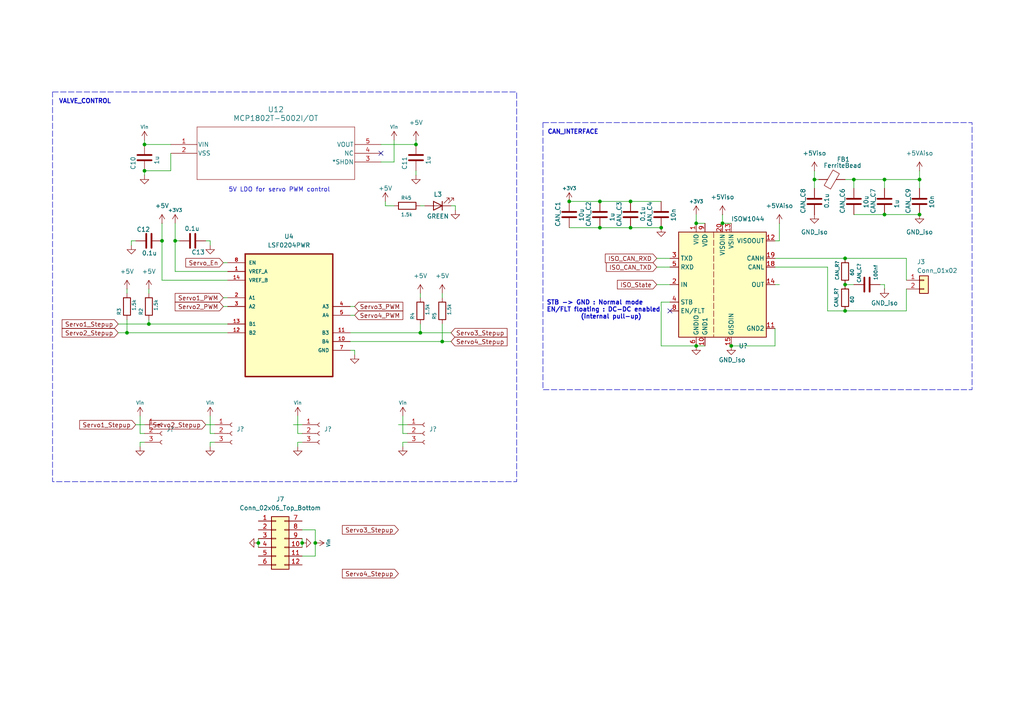
<source format=kicad_sch>
(kicad_sch (version 20250114) (generator "eeschema") (generator_version "9.0")
  (paper "A4")
  (lib_symbols
    (symbol "+5V_1" (power) (pin_numbers (hide yes)) (pin_names (offset 0) (hide yes))
      (property "Value" "+5V" (at 0 3.556 0))
      (symbol "+5V_1_0_1"
        (polyline (pts (xy -0.762 1.27) (xy 0 2.54)))
        (polyline (pts (xy 0 2.54) (xy 0.762 1.27)))
        (polyline (pts (xy 0 0) (xy 0 2.54)))
      )
      (symbol "+5V_1_1_1"
        (pin power_in line (at 0 0 90) (length 0) (name "~") (number "1"))
      )
    )
    (symbol "2026-01-14_15-06-07:MCP1802T-5002I_OT" (pin_names (offset 0.254))
      (property "Reference" "U" (at 30.48 10.16 0))
      (property "Value" "MCP1802T-5002I/OT" (at 30.48 7.62 0))
      (symbol "MCP1802T-5002I_OT_0_1"
        (polyline (pts (xy 7.62 5.08) (xy 7.62 -10.16)) (stroke (width 0.127)))
        (polyline (pts (xy 7.62 -10.16) (xy 53.34 -10.16)) (stroke (width 0.127)))
        (polyline (pts (xy 53.34 5.08) (xy 7.62 5.08)) (stroke (width 0.127)))
        (polyline (pts (xy 53.34 -10.16) (xy 53.34 5.08)) (stroke (width 0.127)))
        (pin unspecified line (at 0 0 0) (length 7.62) (name "VIN") (number "1"))
        (pin unspecified line (at 0 -2.54 0) (length 7.62) (name "VSS") (number "2"))
        (pin unspecified line (at 60.96 0 180) (length 7.62) (name "VOUT") (number "5"))
        (pin unspecified line (at 60.96 -2.54 180) (length 7.62) (name "NC") (number "4"))
        (pin unspecified line (at 60.96 -5.08 180) (length 7.62) (name "*SHDN") (number "3"))
      )
    )
    (symbol "Connector:Conn_01x03_Socket" (pin_names (offset 1.016) (hide yes))
      (property "Reference" "J" (at 0 5.08 0))
      (property "Value" "Conn_01x03_Socket" (at 0 -5.08 0))
      (symbol "Conn_01x03_Socket_1_1"
        (polyline (pts (xy -1.27 2.54) (xy -0.508 2.54)) (stroke (width 0.1524)))
        (polyline (pts (xy -1.27 0) (xy -0.508 0)) (stroke (width 0.1524)))
        (polyline (pts (xy -1.27 -2.54) (xy -0.508 -2.54)) (stroke (width 0.1524)))
        (arc (start 0 2.032) (mid -0.5058 2.54) (end 0 3.048) (stroke (width 0.1524)))
        (arc (start 0 -0.508) (mid -0.5058 0) (end 0 0.508) (stroke (width 0.1524)))
        (arc (start 0 -3.048) (mid -0.5058 -2.54) (end 0 -2.032) (stroke (width 0.1524)))
        (pin passive line (at -5.08 2.54 0) (length 3.81) (name "Pin_1") (number "1"))
        (pin passive line (at -5.08 0 0) (length 3.81) (name "Pin_2") (number "2"))
        (pin passive line (at -5.08 -2.54 0) (length 3.81) (name "Pin_3") (number "3"))
      )
    )
    (symbol "Connector_Generic:Conn_01x02" (pin_names (offset 1.016) (hide yes))
      (property "Reference" "J" (at 0 2.54 0))
      (property "Value" "Conn_01x02" (at 0 -5.08 0))
      (symbol "Conn_01x02_1_1"
        (rectangle (start -1.27 1.27) (end 1.27 -3.81) (stroke (width 0.254)) (fill (type background)))
        (rectangle (start -1.27 0.127) (end 0 -0.127) (stroke (width 0.1524)))
        (rectangle (start -1.27 -2.413) (end 0 -2.667) (stroke (width 0.1524)))
        (pin passive line (at -5.08 0 0) (length 3.81) (name "Pin_1") (number "1"))
        (pin passive line (at -5.08 -2.54 0) (length 3.81) (name "Pin_2") (number "2"))
      )
    )
    (symbol "Connector_Generic:Conn_02x06_Top_Bottom" (pin_names (offset 1.016) (hide yes))
      (property "Reference" "J" (at 1.27 7.62 0))
      (property "Value" "Conn_02x06_Top_Bottom" (at 1.27 -10.16 0))
      (symbol "Conn_02x06_Top_Bottom_1_1"
        (rectangle (start -1.27 6.35) (end 3.81 -8.89) (stroke (width 0.254)) (fill (type background)))
        (rectangle (start -1.27 5.207) (end 0 4.953) (stroke (width 0.1524)))
        (rectangle (start -1.27 2.667) (end 0 2.413) (stroke (width 0.1524)))
        (rectangle (start -1.27 0.127) (end 0 -0.127) (stroke (width 0.1524)))
        (rectangle (start -1.27 -2.413) (end 0 -2.667) (stroke (width 0.1524)))
        (rectangle (start -1.27 -4.953) (end 0 -5.207) (stroke (width 0.1524)))
        (rectangle (start -1.27 -7.493) (end 0 -7.747) (stroke (width 0.1524)))
        (rectangle (start 3.81 5.207) (end 2.54 4.953) (stroke (width 0.1524)))
        (rectangle (start 3.81 2.667) (end 2.54 2.413) (stroke (width 0.1524)))
        (rectangle (start 3.81 0.127) (end 2.54 -0.127) (stroke (width 0.1524)))
        (rectangle (start 3.81 -2.413) (end 2.54 -2.667) (stroke (width 0.1524)))
        (rectangle (start 3.81 -4.953) (end 2.54 -5.207) (stroke (width 0.1524)))
        (rectangle (start 3.81 -7.493) (end 2.54 -7.747) (stroke (width 0.1524)))
        (pin passive line (at -5.08 5.08 0) (length 3.81) (name "Pin_1") (number "1"))
        (pin passive line (at -5.08 2.54 0) (length 3.81) (name "Pin_2") (number "2"))
        (pin passive line (at -5.08 0 0) (length 3.81) (name "Pin_3") (number "3"))
        (pin passive line (at -5.08 -2.54 0) (length 3.81) (name "Pin_4") (number "4"))
        (pin passive line (at -5.08 -5.08 0) (length 3.81) (name "Pin_5") (number "5"))
        (pin passive line (at -5.08 -7.62 0) (length 3.81) (name "Pin_6") (number "6"))
        (pin passive line (at 7.62 5.08 180) (length 3.81) (name "Pin_7") (number "7"))
        (pin passive line (at 7.62 2.54 180) (length 3.81) (name "Pin_8") (number "8"))
        (pin passive line (at 7.62 0 180) (length 3.81) (name "Pin_9") (number "9"))
        (pin passive line (at 7.62 -2.54 180) (length 3.81) (name "Pin_10") (number "10"))
        (pin passive line (at 7.62 -5.08 180) (length 3.81) (name "Pin_11") (number "11"))
        (pin passive line (at 7.62 -7.62 180) (length 3.81) (name "Pin_12") (number "12"))
      )
    )
    (symbol "Device:C" (pin_numbers (hide yes)) (pin_names (offset 0.254))
      (property "Reference" "C" (at 0.635 2.54 0))
      (property "Value" "C" (at 0.635 -2.54 0))
      (symbol "C_0_1"
        (polyline (pts (xy -2.032 0.762) (xy 2.032 0.762)) (stroke (width 0.508)))
        (polyline (pts (xy -2.032 -0.762) (xy 2.032 -0.762)) (stroke (width 0.508)))
      )
      (symbol "C_1_1"
        (pin passive line (at 0 3.81 270) (length 2.794) (name "~") (number "1"))
        (pin passive line (at 0 -3.81 90) (length 2.794) (name "~") (number "2"))
      )
    )
    (symbol "Device:FerriteBead" (pin_numbers (hide yes)) (pin_names (offset 0))
      (property "Reference" "FB" (at -3.81 0.635 90))
      (property "Value" "FerriteBead" (at 3.81 0 90))
      (symbol "FerriteBead_0_1"
        (polyline (pts (xy -2.7686 0.4064) (xy -1.7018 2.2606) (xy 2.7686 -0.3048) (xy 1.6764 -2.159) (xy -2.7686 0.4064)))
        (polyline (pts (xy 0 1.27) (xy 0 1.2954)))
        (polyline (pts (xy 0 -1.27) (xy 0 -1.2192)))
      )
      (symbol "FerriteBead_1_1"
        (pin passive line (at 0 3.81 270) (length 2.54) (name "~") (number "1"))
        (pin passive line (at 0 -3.81 90) (length 2.54) (name "~") (number "2"))
      )
    )
    (symbol "Device:LED" (pin_numbers (hide yes)) (pin_names (offset 1.016) (hide yes))
      (property "Reference" "D" (at 0 2.54 0))
      (property "Value" "LED" (at 0 -2.54 0))
      (symbol "LED_0_1"
        (polyline (pts (xy -3.048 -0.762) (xy -4.572 -2.286) (xy -3.81 -2.286) (xy -4.572 -2.286) (xy -4.572 -1.524)))
        (polyline (pts (xy -1.778 -0.762) (xy -3.302 -2.286) (xy -2.54 -2.286) (xy -3.302 -2.286) (xy -3.302 -1.524)))
        (polyline (pts (xy -1.27 0) (xy 1.27 0)))
        (polyline (pts (xy -1.27 -1.27) (xy -1.27 1.27)) (stroke (width 0.254)))
        (polyline (pts (xy 1.27 -1.27) (xy 1.27 1.27) (xy -1.27 0) (xy 1.27 -1.27)) (stroke (width 0.254)))
      )
      (symbol "LED_1_1"
        (pin passive line (at -3.81 0 0) (length 2.54) (name "K") (number "1"))
        (pin passive line (at 3.81 0 180) (length 2.54) (name "A") (number "2"))
      )
    )
    (symbol "Device:R" (pin_numbers (hide yes)) (pin_names (offset 0))
      (property "Reference" "R" (at 2.032 0 90))
      (property "Value" "R" (at 0 0 90))
      (symbol "R_0_1"
        (rectangle (start -1.016 -2.54) (end 1.016 2.54) (stroke (width 0.254)))
      )
      (symbol "R_1_1"
        (pin passive line (at 0 3.81 270) (length 1.27) (name "~") (number "1"))
        (pin passive line (at 0 -3.81 90) (length 1.27) (name "~") (number "2"))
      )
    )
    (symbol "Interface_CAN_LIN:ISOW1044"
      (property "Reference" "U" (at -12.7 16.51 0))
      (property "Value" "ISOW1044" (at 13.97 16.51 0))
      (symbol "ISOW1044_0_1"
        (rectangle (start -12.7 15.24) (end 12.7 -15.24) (stroke (width 0.254)) (fill (type background)))
      )
      (symbol "ISOW1044_1_1"
        (polyline (pts (xy -2.54 15.24) (xy -2.54 -15.24)) (stroke (width 0) (type dash)))
        (pin input line (at -15.24 7.62 0) (length 2.54) (name "TXD") (number "3"))
        (pin output line (at -15.24 5.08 0) (length 2.54) (name "RXD") (number "5"))
        (pin input line (at -15.24 0 0) (length 2.54) (name "IN") (number "2"))
        (pin input line (at -15.24 -5.08 0) (length 2.54) (name "STB") (number "4"))
        (pin input line (at -15.24 -7.62 0) (length 2.54) (name "EN/FLT") (number "8"))
        (pin no_connect line (at -12.7 -10.16 0) (length 2.54) (hide yes) (name "NC") (number "7"))
        (pin power_in line (at -7.62 17.78 270) (length 2.54) (name "VIO") (number "1"))
        (pin power_in line (at -7.62 -17.78 90) (length 2.54) (name "GNDIO") (number "6"))
        (pin power_in line (at -5.08 17.78 270) (length 2.54) (name "VDD") (number "9"))
        (pin power_in line (at -5.08 -17.78 90) (length 2.54) (name "GND1") (number "10"))
        (pin power_in line (at 0 17.78 270) (length 2.54) (name "VISOIN") (number "20"))
        (pin power_in line (at 2.54 17.78 270) (length 2.54) (name "VSIN") (number "13"))
        (pin power_in line (at 2.54 -17.78 90) (length 2.54) (name "GISOIN") (number "15"))
        (pin passive line (at 2.54 -17.78 90) (length 2.54) (hide yes) (name "GISOIN") (number "16"))
        (pin passive line (at 2.54 -17.78 90) (length 2.54) (hide yes) (name "GISOIN") (number "17"))
        (pin power_out line (at 15.24 12.7 180) (length 2.54) (name "VISOOUT") (number "12"))
        (pin bidirectional line (at 15.24 7.62 180) (length 2.54) (name "CANH") (number "19"))
        (pin bidirectional line (at 15.24 5.08 180) (length 2.54) (name "CANL") (number "18"))
        (pin output line (at 15.24 0 180) (length 2.54) (name "OUT") (number "14"))
        (pin power_out line (at 15.24 -12.7 180) (length 2.54) (name "GND2") (number "11"))
      )
    )
    (symbol "LSF0204PWR:LSF0204PWR" (pin_names (offset 1.016))
      (property "Reference" "U" (at -12.7 18.78 0))
      (property "Value" "LSF0204PWR" (at -12.7 -21.78 0))
      (symbol "LSF0204PWR_0_0"
        (rectangle (start -12.7 -17.78) (end 12.7 17.78) (stroke (width 0.41)) (fill (type background)))
        (pin input line (at -17.78 15.24 0) (length 5.08) (name "EN") (number "8"))
        (pin input line (at -17.78 12.7 0) (length 5.08) (name "VREF_A") (number "1"))
        (pin input line (at -17.78 10.16 0) (length 5.08) (name "VREF_B") (number "14"))
        (pin bidirectional line (at -17.78 5.08 0) (length 5.08) (name "A1") (number "2"))
        (pin bidirectional line (at -17.78 2.54 0) (length 5.08) (name "A2") (number "3"))
        (pin bidirectional line (at -17.78 -2.54 0) (length 5.08) (name "B1") (number "13"))
        (pin bidirectional line (at -17.78 -5.08 0) (length 5.08) (name "B2") (number "12"))
        (pin bidirectional line (at 17.78 2.54 180) (length 5.08) (name "A3") (number "4"))
        (pin bidirectional line (at 17.78 0 180) (length 5.08) (name "A4") (number "5"))
        (pin bidirectional line (at 17.78 -5.08 180) (length 5.08) (name "B3") (number "11"))
        (pin bidirectional line (at 17.78 -7.62 180) (length 5.08) (name "B4") (number "10"))
        (pin power_in line (at 17.78 -10.16 180) (length 5.08) (name "GND") (number "7"))
      )
    )
    (symbol "power:+12V" (power) (pin_names (offset 0))
      (property "Value" "+12V" (at 0 3.556 0))
      (symbol "+12V_0_1"
        (polyline (pts (xy -0.762 1.27) (xy 0 2.54)))
        (polyline (pts (xy 0 2.54) (xy 0.762 1.27)))
        (polyline (pts (xy 0 0) (xy 0 2.54)))
      )
      (symbol "+12V_1_1"
        (pin power_in line (at 0 0 90) (length 0) (hide yes) (name "+12V") (number "1"))
      )
    )
    (symbol "power:+3V3" (power) (pin_names (offset 0))
      (property "Value" "+3V3" (at 0 3.556 0))
      (symbol "+3V3_0_1"
        (polyline (pts (xy -0.762 1.27) (xy 0 2.54)))
        (polyline (pts (xy 0 2.54) (xy 0.762 1.27)))
        (polyline (pts (xy 0 0) (xy 0 2.54)))
      )
      (symbol "+3V3_1_1"
        (pin power_in line (at 0 0 90) (length 0) (hide yes) (name "+3V3") (number "1"))
      )
    )
    (symbol "power:+5V" (power) (pin_numbers (hide yes)) (pin_names (offset 0) (hide yes))
      (property "Value" "+5V" (at 0 3.556 0))
      (symbol "+5V_0_1"
        (polyline (pts (xy -0.762 1.27) (xy 0 2.54)))
        (polyline (pts (xy 0 2.54) (xy 0.762 1.27)))
        (polyline (pts (xy 0 0) (xy 0 2.54)))
      )
      (symbol "+5V_1_1"
        (pin power_in line (at 0 0 90) (length 0) (name "~") (number "1"))
      )
    )
    (symbol "power:GND" (power) (pin_names (offset 0))
      (property "Value" "GND" (at 0 -3.81 0))
      (symbol "GND_0_1"
        (polyline (pts (xy 0 0) (xy 0 -1.27) (xy 1.27 -1.27) (xy 0 -2.54) (xy -1.27 -1.27) (xy 0 -1.27)))
      )
      (symbol "GND_1_1"
        (pin power_in line (at 0 0 270) (length 0) (hide yes) (name "GND") (number "1"))
      )
    )
    (symbol "power:GND1" (power) (pin_numbers (hide yes)) (pin_names (offset 0) (hide yes))
      (property "Value" "GND1" (at 0 -3.81 0))
      (symbol "GND1_0_1"
        (polyline (pts (xy 0 0) (xy 0 -1.27) (xy 1.27 -1.27) (xy 0 -2.54) (xy -1.27 -1.27) (xy 0 -1.27)))
      )
      (symbol "GND1_1_1"
        (pin power_in line (at 0 0 270) (length 0) (name "~") (number "1"))
      )
    )
  )
  (rectangle (start 15.24 26.67) (end 149.86 139.7) (stroke (width 0) (type dash)))
  (rectangle (start 157.48 35.56) (end 281.94 113.03) (stroke (width 0) (type dash)))
  (text "VALVE_CONTROL\n" (at 17.018 30.226 0) (effects (font (size 1.27 1.27) (thickness 0.254) (bold yes)) (justify left bottom)))
  (text "CAN_INTERFACE" (at 158.75 39.116 0) (effects (font (size 1.27 1.27) (thickness 0.254) (bold yes)) (justify left bottom)))
  (text "STB -> GND : Normal mode\nEN/FLT floating : DC-DC enabled \n		(internal pull-up)" (at 158.496 92.71 0) (effects (font (size 1.27 1.27) (thickness 0.254) (bold yes)) (justify left bottom)))
  (text "5V LDO for servo PWM control" (at 81.026 55.118 0) (effects (font (size 1.27 1.27))))
  (junction (at 36.83 96.52))
  (junction (at 201.93 64.77))
  (junction (at 43.18 93.98))
  (junction (at 173.99 58.42))
  (junction (at 245.11 82.55))
  (junction (at 121.92 96.52))
  (junction (at 87.63 157.48))
  (junction (at 50.8 69.85))
  (junction (at 245.11 74.93))
  (junction (at 266.7 52.07))
  (junction (at 245.11 90.17))
  (junction (at 91.44 157.48))
  (junction (at 212.09 100.33))
  (junction (at 209.55 64.77))
  (junction (at 182.88 58.42))
  (junction (at 165.1 58.42))
  (junction (at 128.27 99.06))
  (junction (at 46.99 69.85))
  (junction (at 201.93 100.33))
  (junction (at 182.88 66.04))
  (junction (at 266.7 62.23))
  (junction (at 256.54 62.23))
  (junction (at 236.22 52.07))
  (junction (at 256.54 52.07))
  (junction (at 191.77 66.04))
  (junction (at 41.91 49.53))
  (junction (at 247.65 52.07))
  (junction (at 120.65 41.91))
  (junction (at 173.99 66.04))
  (junction (at 74.93 157.48))
  (junction (at 41.91 41.91))
  (no_connect (at 194.31 90.17))
  (no_connect (at 110.49 44.45))
  (wire (pts (xy 173.99 58.42) (xy 182.88 58.42)))
  (wire (pts (xy 87.63 157.48) (xy 87.63 158.75)))
  (wire (pts (xy 116.84 120.65) (xy 116.84 125.73)))
  (wire (pts (xy 128.27 93.98) (xy 128.27 99.06)))
  (wire (pts (xy 62.23 128.27) (xy 60.96 128.27)))
  (wire (pts (xy 209.55 64.77) (xy 212.09 64.77)))
  (wire (pts (xy 110.49 46.99) (xy 114.3 46.99)))
  (wire (pts (xy 115.57 123.19) (xy 118.11 123.19)))
  (wire (pts (xy 36.83 83.82) (xy 36.83 85.09)))
  (wire (pts (xy 245.11 82.55) (xy 247.65 82.55)))
  (wire (pts (xy 40.64 120.65) (xy 40.64 125.73)))
  (wire (pts (xy 201.93 62.23) (xy 201.93 64.77)))
  (wire (pts (xy 64.77 76.2) (xy 66.04 76.2)))
  (wire (pts (xy 43.18 93.98) (xy 66.04 93.98)))
  (wire (pts (xy 38.1 69.85) (xy 38.1 71.12)))
  (wire (pts (xy 64.77 88.9) (xy 66.04 88.9)))
  (wire (pts (xy 74.93 156.21) (xy 74.93 157.48)))
  (wire (pts (xy 224.79 77.47) (xy 240.03 77.47)))
  (wire (pts (xy 247.65 52.07) (xy 256.54 52.07)))
  (wire (pts (xy 266.7 49.53) (xy 266.7 52.07)))
  (wire (pts (xy 190.5 77.47) (xy 194.31 77.47)))
  (wire (pts (xy 114.3 46.99) (xy 114.3 40.64)))
  (wire (pts (xy 118.11 128.27) (xy 116.84 128.27)))
  (wire (pts (xy 41.91 50.8) (xy 41.91 49.53)))
  (wire (pts (xy 49.53 49.53) (xy 49.53 44.45)))
  (wire (pts (xy 121.92 85.09) (xy 121.92 86.36)))
  (wire (pts (xy 86.36 128.27) (xy 86.36 129.54)))
  (wire (pts (xy 236.22 52.07) (xy 237.49 52.07)))
  (wire (pts (xy 36.83 96.52) (xy 66.04 96.52)))
  (wire (pts (xy 59.69 69.85) (xy 60.96 69.85)))
  (wire (pts (xy 240.03 77.47) (xy 240.03 90.17)))
  (wire (pts (xy 247.65 62.23) (xy 256.54 62.23)))
  (wire (pts (xy 256.54 83.82) (xy 256.54 82.55)))
  (wire (pts (xy 245.11 74.93) (xy 262.89 74.93)))
  (wire (pts (xy 209.55 62.23) (xy 209.55 64.77)))
  (wire (pts (xy 66.04 81.28) (xy 46.99 81.28)))
  (wire (pts (xy 256.54 52.07) (xy 266.7 52.07)))
  (wire (pts (xy 121.92 93.98) (xy 121.92 96.52)))
  (wire (pts (xy 128.27 85.09) (xy 128.27 86.36)))
  (wire (pts (xy 91.44 153.67) (xy 91.44 157.48)))
  (wire (pts (xy 121.92 96.52) (xy 101.6 96.52)))
  (wire (pts (xy 128.27 99.06) (xy 130.81 99.06)))
  (wire (pts (xy 121.92 59.69) (xy 123.19 59.69)))
  (wire (pts (xy 60.96 69.85) (xy 60.96 71.12)))
  (wire (pts (xy 50.8 78.74) (xy 66.04 78.74)))
  (wire (pts (xy 64.77 86.36) (xy 66.04 86.36)))
  (wire (pts (xy 116.84 128.27) (xy 116.84 129.54)))
  (wire (pts (xy 256.54 82.55) (xy 255.27 82.55)))
  (wire (pts (xy 52.07 69.85) (xy 50.8 69.85)))
  (wire (pts (xy 87.63 153.67) (xy 91.44 153.67)))
  (wire (pts (xy 43.18 83.82) (xy 43.18 85.09)))
  (wire (pts (xy 62.23 125.73) (xy 60.96 125.73)))
  (wire (pts (xy 41.91 128.27) (xy 40.64 128.27)))
  (wire (pts (xy 236.22 49.53) (xy 236.22 52.07)))
  (wire (pts (xy 74.93 157.48) (xy 74.93 158.75)))
  (wire (pts (xy 46.99 81.28) (xy 46.99 69.85)))
  (wire (pts (xy 101.6 99.06) (xy 128.27 99.06)))
  (wire (pts (xy 34.29 96.52) (xy 36.83 96.52)))
  (wire (pts (xy 191.77 100.33) (xy 201.93 100.33)))
  (wire (pts (xy 111.76 58.42) (xy 111.76 59.69)))
  (wire (pts (xy 60.96 128.27) (xy 60.96 129.54)))
  (wire (pts (xy 120.65 50.8) (xy 120.65 49.53)))
  (wire (pts (xy 226.06 82.55) (xy 224.79 82.55)))
  (wire (pts (xy 59.69 123.19) (xy 62.23 123.19)))
  (wire (pts (xy 41.91 125.73) (xy 40.64 125.73)))
  (wire (pts (xy 226.06 64.77) (xy 226.06 69.85)))
  (wire (pts (xy 190.5 82.55) (xy 194.31 82.55)))
  (wire (pts (xy 102.87 91.44) (xy 101.6 91.44)))
  (wire (pts (xy 91.44 161.29) (xy 87.63 161.29)))
  (wire (pts (xy 266.7 52.07) (xy 266.7 54.61)))
  (wire (pts (xy 41.91 41.91) (xy 49.53 41.91)))
  (wire (pts (xy 91.44 157.48) (xy 91.44 161.29)))
  (wire (pts (xy 40.64 128.27) (xy 40.64 129.54)))
  (wire (pts (xy 34.29 93.98) (xy 43.18 93.98)))
  (wire (pts (xy 43.18 92.71) (xy 43.18 93.98)))
  (wire (pts (xy 39.37 69.85) (xy 38.1 69.85)))
  (wire (pts (xy 85.09 123.19) (xy 87.63 123.19)))
  (wire (pts (xy 39.37 123.19) (xy 41.91 123.19)))
  (wire (pts (xy 41.91 49.53) (xy 49.53 49.53)))
  (wire (pts (xy 102.87 88.9) (xy 101.6 88.9)))
  (wire (pts (xy 224.79 74.93) (xy 245.11 74.93)))
  (wire (pts (xy 201.93 100.33) (xy 204.47 100.33)))
  (wire (pts (xy 50.8 69.85) (xy 50.8 78.74)))
  (wire (pts (xy 182.88 66.04) (xy 191.77 66.04)))
  (wire (pts (xy 262.89 90.17) (xy 262.89 83.82)))
  (wire (pts (xy 111.76 59.69) (xy 114.3 59.69)))
  (wire (pts (xy 121.92 96.52) (xy 130.81 96.52)))
  (wire (pts (xy 191.77 87.63) (xy 191.77 100.33)))
  (wire (pts (xy 224.79 100.33) (xy 212.09 100.33)))
  (wire (pts (xy 110.49 41.91) (xy 120.65 41.91)))
  (wire (pts (xy 247.65 52.07) (xy 247.65 54.61)))
  (wire (pts (xy 194.31 87.63) (xy 191.77 87.63)))
  (wire (pts (xy 87.63 156.21) (xy 87.63 157.48)))
  (wire (pts (xy 102.87 101.6) (xy 101.6 101.6)))
  (wire (pts (xy 190.5 74.93) (xy 194.31 74.93)))
  (wire (pts (xy 240.03 90.17) (xy 245.11 90.17)))
  (wire (pts (xy 165.1 58.42) (xy 173.99 58.42)))
  (wire (pts (xy 201.93 64.77) (xy 204.47 64.77)))
  (wire (pts (xy 256.54 62.23) (xy 266.7 62.23)))
  (wire (pts (xy 224.79 95.25) (xy 224.79 100.33)))
  (wire (pts (xy 120.65 40.64) (xy 120.65 41.91)))
  (wire (pts (xy 87.63 128.27) (xy 86.36 128.27)))
  (wire (pts (xy 118.11 125.73) (xy 116.84 125.73)))
  (wire (pts (xy 50.8 64.77) (xy 50.8 69.85)))
  (wire (pts (xy 182.88 58.42) (xy 191.77 58.42)))
  (wire (pts (xy 236.22 52.07) (xy 236.22 54.61)))
  (wire (pts (xy 262.89 81.28) (xy 262.89 74.93)))
  (wire (pts (xy 86.36 120.65) (xy 86.36 125.73)))
  (wire (pts (xy 256.54 52.07) (xy 256.54 54.61)))
  (wire (pts (xy 87.63 125.73) (xy 86.36 125.73)))
  (wire (pts (xy 132.08 60.96) (xy 132.08 59.69)))
  (wire (pts (xy 226.06 69.85) (xy 224.79 69.85)))
  (wire (pts (xy 60.96 120.65) (xy 60.96 125.73)))
  (wire (pts (xy 36.83 92.71) (xy 36.83 96.52)))
  (wire (pts (xy 46.99 64.77) (xy 46.99 69.85)))
  (wire (pts (xy 132.08 59.69) (xy 130.81 59.69)))
  (wire (pts (xy 102.87 102.87) (xy 102.87 101.6)))
  (wire (pts (xy 173.99 66.04) (xy 182.88 66.04)))
  (wire (pts (xy 245.11 52.07) (xy 247.65 52.07)))
  (wire (pts (xy 165.1 66.04) (xy 173.99 66.04)))
  (wire (pts (xy 41.91 40.64) (xy 41.91 41.91)))
  (wire (pts (xy 245.11 90.17) (xy 262.89 90.17)))
  (global_label "Servo3_Stepup" (shape input) (at 130.81 96.52 0) (property "Intersheetrefs" "${INTERSHEET_REFS}" (effects (hide yes))))
  (global_label "ISO_CAN_RXD" (shape input) (at 190.5 74.93 180) (property "Intersheetrefs" "${INTERSHEET_REFS}" (effects (hide yes))))
  (global_label "Servo1_Stepup" (shape input) (at 39.37 123.19 180) (property "Intersheetrefs" "${INTERSHEET_REFS}" (effects (hide yes))))
  (global_label "Servo4_PWM" (shape input) (at 102.87 91.44 0) (property "Intersheetrefs" "${INTERSHEET_REFS}" (effects (hide yes))))
  (global_label "Servo1_PWM" (shape input) (at 64.77 86.36 180) (property "Intersheetrefs" "${INTERSHEET_REFS}" (effects (hide yes))))
  (global_label "Servo3_PWM" (shape input) (at 102.87 88.9 0) (property "Intersheetrefs" "${INTERSHEET_REFS}" (effects (hide yes))))
  (global_label "Servo2_PWM" (shape input) (at 64.77 88.9 180) (property "Intersheetrefs" "${INTERSHEET_REFS}" (effects (hide yes))))
  (global_label "ISO_State" (shape input) (at 190.5 82.55 180) (property "Intersheetrefs" "${INTERSHEET_REFS}" (effects (hide yes))))
  (global_label "Servo1_Stepup" (shape input) (at 34.29 93.98 180) (property "Intersheetrefs" "${INTERSHEET_REFS}" (effects (hide yes))))
  (global_label "Servo2_Stepup" (shape input) (at 34.29 96.52 180) (property "Intersheetrefs" "${INTERSHEET_REFS}" (effects (hide yes))))
  (global_label "Servo4_Stepup" (shape input) (at 130.81 99.06 0) (property "Intersheetrefs" "${INTERSHEET_REFS}" (effects (hide yes))))
  (global_label "Servo_En" (shape input) (at 64.77 76.2 180) (property "Intersheetrefs" "${INTERSHEET_REFS}" (effects (hide yes))))
  (global_label "Servo4_Stepup" (shape input) (at 115.57 166.37 180) (property "Intersheetrefs" "${INTERSHEET_REFS}" (effects (hide yes))))
  (global_label "Servo3_Stepup" (shape input) (at 115.57 153.67 180) (property "Intersheetrefs" "${INTERSHEET_REFS}" (effects (hide yes))))
  (global_label "Servo2_Stepup" (shape input) (at 59.69 123.19 180) (property "Intersheetrefs" "${INTERSHEET_REFS}" (effects (hide yes))))
  (global_label "ISO_CAN_TXD" (shape input) (at 190.5 77.47 180) (property "Intersheetrefs" "${INTERSHEET_REFS}" (effects (hide yes))))
  (symbol (lib_id "power:+12V") (at 40.64 120.65 0) (unit 1)
    (property "Reference" "#PWR021" (effects (hide yes)))
    (property "Value" "Vin" (at 40.64 116.84 0) (effects (font (size 1 1))))
  )
  (symbol (lib_id "power:+12V") (at 86.36 120.65 0) (unit 1)
    (property "Reference" "#PWR095" (effects (hide yes)))
    (property "Value" "Vin" (at 86.36 116.84 0) (effects (font (size 1 1))))
  )
  (symbol (lib_id "Device:R") (at 245.11 86.36 180) (unit 1)
    (property "Reference" "CAN_R?" (at 242.57 89.154 90) (effects (font (size 1 1)) (justify right)))
    (property "Value" "60" (at 247.142 87.884 90) (effects (font (size 1 1)) (justify right)))
    (property "Footprint" "Resistor_SMD:R_0805_2012Metric" (effects (hide yes)))
  )
  (symbol (lib_id "Device:LED") (at 127 59.69 180) (unit 1)
    (property "Reference" "L3" (at 127 56.388 0))
    (property "Value" "GREEN" (at 127 62.738 0))
    (property "Footprint" "LED_SMD:LED_0603_1608Metric" (effects (hide yes)))
    (property "Description" "Light emitting diode" (effects (hide yes)))
  )
  (symbol (lib_id "power:GND") (at 116.84 129.54 0) (unit 1)
    (property "Reference" "#PWR099" (effects (hide yes)))
    (property "Value" "GND" (effects (hide yes)))
  )
  (symbol (lib_id "Device:C") (at 266.7 58.42 0) (unit 1)
    (property "Reference" "CAN_C9" (at 263.398 61.976 90) (effects (justify left)))
    (property "Value" "10n" (at 270.256 60.452 90) (effects (justify left)))
    (property "Description" "Unpolarized capacitor" (effects (hide yes)))
  )
  (symbol (lib_name "+5V_1") (lib_id "power:+5V") (at 266.7 49.53 0) (unit 1)
    (property "Reference" "#PWR019" (effects (hide yes)))
    (property "Value" "+5VAiso" (at 266.7 44.45 0))
    (property "Description" "Power symbol creates a global label with name \"+5V\"" (effects (hide yes)))
  )
  (symbol (lib_id "power:+12V") (at 114.3 40.64 0) (unit 1)
    (property "Reference" "#PWR048" (effects (hide yes)))
    (property "Value" "Vin" (at 114.3 36.83 0) (effects (font (size 1 1))))
  )
  (symbol (lib_id "power:+5V") (at 111.76 58.42 0) (unit 1)
    (property "Reference" "#PWR088" (effects (hide yes)))
    (property "Value" "+5V" (at 111.76 54.61 0))
    (property "Description" "Power symbol creates a global label with name \"+5V\"" (effects (hide yes)))
  )
  (symbol (lib_name "+5V_1") (lib_id "power:+5V") (at 226.06 64.77 0) (unit 1)
    (property "Reference" "#PWR020" (effects (hide yes)))
    (property "Value" "+5VAiso" (at 226.06 59.69 0))
    (property "Description" "Power symbol creates a global label with name \"+5V\"" (effects (hide yes)))
  )
  (symbol (lib_id "LSF0204PWR:LSF0204PWR") (at 83.82 91.44 0) (unit 1)
    (property "Reference" "U4" (at 83.82 68.58 0))
    (property "Value" "LSF0204PWR" (at 83.82 71.12 0))
    (property "Footprint" "LSF0204PWR:SOP65P640X120-14N" (effects (hide yes)))
    (property "Datasheet" "https://www.digikey.ca/en/products/detail/texas-instruments/LSF0204PWR/5056060" (effects (hide yes)))
    (property "DigiKey_Part_Number" "296-LSF0204PWRCT-ND" (effects (hide yes)))
    (property "Manufacturer_Part_Number" "LSF0204PWR" (effects (hide yes)))
  )
  (symbol (lib_id "power:GND") (at 38.1 71.12 0) (unit 1)
    (property "Reference" "#PWR091" (effects (hide yes)))
    (property "Value" "GND" (effects (hide yes)))
  )
  (symbol (lib_id "power:+3V3") (at 201.93 62.23 0) (unit 1)
    (property "Reference" "#PWR?" (effects (hide yes)))
    (property "Value" "+3V3" (at 201.93 58.42 0) (effects (font (size 1 1))))
  )
  (symbol (lib_id "Device:C") (at 191.77 62.23 0) (unit 1)
    (property "Reference" "CAN_C4" (at 188.468 65.786 90) (effects (justify left)))
    (property "Value" "10n" (at 195.326 64.262 90) (effects (justify left)))
    (property "Description" "Unpolarized capacitor" (effects (hide yes)))
  )
  (symbol (lib_id "Device:R") (at 128.27 90.17 180) (unit 1)
    (property "Reference" "R5" (at 125.984 92.71 90) (effects (font (size 1 1)) (justify right)))
    (property "Value" "1.5k" (at 130.302 91.44 90) (effects (font (size 1 1)) (justify right)))
    (property "Footprint" "Resistor_SMD:R_0805_2012Metric" (effects (hide yes)))
  )
  (symbol (lib_id "power:+12V") (at 41.91 40.64 0) (unit 1)
    (property "Reference" "#PWR045" (effects (hide yes)))
    (property "Value" "Vin" (at 41.91 36.83 0) (effects (font (size 1 1))))
  )
  (symbol (lib_id "power:GND") (at 201.93 100.33 0) (unit 1)
    (property "Reference" "#PWR?" (effects (hide yes)))
    (property "Value" "GND" (effects (hide yes)))
  )
  (symbol (lib_id "power:GND1") (at 256.54 83.82 0) (unit 1)
    (property "Reference" "#PWR?" (effects (hide yes)))
    (property "Value" "GND_iso" (at 256.54 87.884 0))
    (property "Description" "Power symbol creates a global label with name \"GND1\" , ground" (effects (hide yes)))
  )
  (symbol (lib_id "Device:FerriteBead") (at 241.3 52.07 90) (unit 1)
    (property "Reference" "FB1" (at 244.602 46.228 90))
    (property "Value" "FerriteBead" (at 244.348 48.006 90))
    (property "Description" "Ferrite bead" (effects (hide yes)))
  )
  (symbol (lib_id "power:+3V3") (at 165.1 58.42 0) (unit 1)
    (property "Reference" "#PWR016" (effects (hide yes)))
    (property "Value" "+3V3" (at 165.1 54.61 0) (effects (font (size 1 1))))
  )
  (symbol (lib_id "power:+12V") (at 91.44 157.48 270) (unit 1)
    (property "Reference" "#PWR025" (effects (hide yes)))
    (property "Value" "Vin" (at 95.25 157.48 0) (effects (font (size 1 1))))
  )
  (symbol (lib_id "Connector:Conn_01x03_Socket") (at 67.31 125.73 0) (unit 1)
    (property "Reference" "J?" (at 68.58 124.4599 0) (effects (justify left)))
    (property "Value" "Conn_01x03_Socket" (effects (hide yes)))
    (property "Description" "Generic connector, single row, 01x03, script generated" (effects (hide yes)))
  )
  (symbol (lib_id "Device:R") (at 245.11 78.74 180) (unit 1)
    (property "Reference" "CAN_R?" (at 242.824 81.28 90) (effects (font (size 1 1)) (justify right)))
    (property "Value" "60" (at 247.142 80.01 90) (effects (font (size 1 1)) (justify right)))
    (property "Footprint" "Resistor_SMD:R_0805_2012Metric" (effects (hide yes)))
  )
  (symbol (lib_id "power:GND") (at 41.91 50.8 0) (unit 1)
    (property "Reference" "#PWR047" (effects (hide yes)))
    (property "Value" "GND" (effects (hide yes)))
  )
  (symbol (lib_id "power:+5V") (at 128.27 85.09 0) (unit 1)
    (property "Reference" "#PWR085" (effects (hide yes)))
    (property "Value" "+5V" (at 128.27 80.01 0))
    (property "Description" "Power symbol creates a global label with name \"+5V\"" (effects (hide yes)))
  )
  (symbol (lib_id "power:GND") (at 60.96 71.12 0) (unit 1)
    (property "Reference" "#PWR089" (effects (hide yes)))
    (property "Value" "GND" (effects (hide yes)))
  )
  (symbol (lib_id "Device:R") (at 43.18 88.9 180) (unit 1)
    (property "Reference" "R2" (at 40.894 91.44 90) (effects (font (size 1 1)) (justify right)))
    (property "Value" "1.5k" (at 45.212 90.17 90) (effects (font (size 1 1)) (justify right)))
    (property "Footprint" "Resistor_SMD:R_0805_2012Metric" (effects (hide yes)))
  )
  (symbol (lib_id "Device:C") (at 41.91 45.72 0) (unit 1)
    (property "Reference" "C10" (at 38.608 49.276 90) (effects (justify left)))
    (property "Value" "1u" (at 45.466 47.752 90) (effects (justify left)))
    (property "Description" "Unpolarized capacitor" (effects (hide yes)))
  )
  (symbol (lib_id "power:GND") (at 60.96 129.54 0) (unit 1)
    (property "Reference" "#PWR094" (effects (hide yes)))
    (property "Value" "GND" (effects (hide yes)))
  )
  (symbol (lib_id "Connector:Conn_01x03_Socket") (at 92.71 125.73 0) (unit 1)
    (property "Reference" "J?" (at 93.98 124.4599 0) (effects (justify left)))
    (property "Value" "Conn_01x03_Socket" (effects (hide yes)))
    (property "Description" "Generic connector, single row, 01x03, script generated" (effects (hide yes)))
  )
  (symbol (lib_id "power:GND1") (at 236.22 62.23 0) (unit 1)
    (property "Reference" "#PWR015" (effects (hide yes)))
    (property "Value" "GND_iso" (at 236.22 67.31 0))
    (property "Description" "Power symbol creates a global label with name \"GND1\" , ground" (effects (hide yes)))
  )
  (symbol (lib_id "power:+3V3") (at 50.8 64.77 0) (unit 1)
    (property "Reference" "#PWR?" (effects (hide yes)))
    (property "Value" "+3V3" (at 50.8 60.96 0) (effects (font (size 1 1))))
  )
  (symbol (lib_id "Connector_Generic:Conn_01x02") (at 267.97 81.28 0) (unit 1)
    (property "Reference" "J3" (at 265.938 75.946 0) (effects (justify left)))
    (property "Value" "Conn_01x02" (at 265.938 78.486 0) (effects (justify left)))
    (property "Description" "Generic connector, single row, 01x02, script generated (kicad-library-utils/schlib/autogen/connector/)" (effects (hide yes)))
  )
  (symbol (lib_id "Interface_CAN_LIN:ISOW1044") (at 209.55 82.55 0) (unit 1)
    (property "Reference" "U?" (at 214.2333 100.33 0) (effects (justify left)))
    (property "Value" "ISOW1044" (at 221.742 63.5 0) (effects (justify right)))
    (property "Footprint" "Package_SO:SOIC-20W_7.5x12.8mm_P1.27mm" (effects (hide yes)))
    (property "Datasheet" "https://www.ti.com/lit/ds/symlink/isow1044.pdf" (effects (hide yes)))
    (property "Description" "Isolated CAN FD Transceiver, Integrated DC-DC Converter, 5Mbps, Reinforced Isolation,  SOIC-20W" (effects (hide yes)))
  )
  (symbol (lib_id "Device:C") (at 251.46 82.55 90) (unit 1)
    (property "Reference" "CAN_C?" (at 249.174 82.042 0) (effects (font (size 1 1)) (justify left)))
    (property "Value" "100nf" (at 254 81.28 0) (effects (font (size 1 1)) (justify left)))
    (property "Footprint" "Capacitor_SMD:C_0805_2012Metric" (effects (hide yes)))
  )
  (symbol (lib_name "+5V_1") (lib_id "power:+5V") (at 236.22 49.53 0) (unit 1)
    (property "Reference" "#PWR017" (effects (hide yes)))
    (property "Value" "+5Viso" (at 236.22 44.45 0))
    (property "Description" "Power symbol creates a global label with name \"+5V\"" (effects (hide yes)))
  )
  (symbol (lib_id "power:GND") (at 74.93 157.48 270) (unit 1)
    (property "Reference" "#PWR05" (effects (hide yes)))
    (property "Value" "GND" (effects (hide yes)))
  )
  (symbol (lib_id "Device:C") (at 120.65 45.72 0) (unit 1)
    (property "Reference" "C11" (at 117.348 49.276 90) (effects (justify left)))
    (property "Value" "1u" (at 124.206 47.752 90) (effects (justify left)))
    (property "Description" "Unpolarized capacitor" (effects (hide yes)))
  )
  (symbol (lib_id "Device:C") (at 247.65 58.42 0) (unit 1)
    (property "Reference" "CAN_C6" (at 244.348 61.976 90) (effects (justify left)))
    (property "Value" "10u" (at 251.206 60.452 90) (effects (justify left)))
    (property "Description" "Unpolarized capacitor" (effects (hide yes)))
  )
  (symbol (lib_id "power:+5V") (at 120.65 40.64 0) (unit 1)
    (property "Reference" "#PWR065" (effects (hide yes)))
    (property "Value" "+5V" (at 120.65 35.56 0))
    (property "Description" "Power symbol creates a global label with name \"+5V\"" (effects (hide yes)))
  )
  (symbol (lib_id "power:GND") (at 102.87 102.87 0) (unit 1)
    (property "Reference" "#PWR?" (effects (hide yes)))
    (property "Value" "GND" (effects (hide yes)))
  )
  (symbol (lib_id "Device:C") (at 256.54 58.42 0) (unit 1)
    (property "Reference" "CAN_C7" (at 253.238 61.976 90) (effects (justify left)))
    (property "Value" "1u" (at 260.096 60.452 90) (effects (justify left)))
    (property "Description" "Unpolarized capacitor" (effects (hide yes)))
  )
  (symbol (lib_id "power:+12V") (at 116.84 120.65 0) (unit 1)
    (property "Reference" "#PWR098" (effects (hide yes)))
    (property "Value" "Vin" (at 116.84 116.84 0) (effects (font (size 1 1))))
  )
  (symbol (lib_id "power:GND") (at 40.64 129.54 0) (unit 1)
    (property "Reference" "#PWR092" (effects (hide yes)))
    (property "Value" "GND" (effects (hide yes)))
  )
  (symbol (lib_id "Device:C") (at 236.22 58.42 0) (unit 1)
    (property "Reference" "CAN_C8" (at 232.918 61.976 90) (effects (justify left)))
    (property "Value" "0.1u" (at 239.776 60.452 90) (effects (justify left)))
    (property "Description" "Unpolarized capacitor" (effects (hide yes)))
  )
  (symbol (lib_id "power:GND") (at 86.36 129.54 0) (unit 1)
    (property "Reference" "#PWR097" (effects (hide yes)))
    (property "Value" "GND" (effects (hide yes)))
  )
  (symbol (lib_id "2026-01-14_15-06-07:MCP1802T-5002I_OT") (at 49.53 41.91 0) (unit 1)
    (property "Reference" "U12" (at 80.01 31.75 0) (effects (font (size 1.524 1.524))))
    (property "Value" "MCP1802T-5002I/OT" (at 80.01 34.29 0) (effects (font (size 1.524 1.524))))
    (property "Footprint" "SOT-23-5_MC_MCH" (effects (hide yes)))
    (property "Datasheet" "MCP1802T-5002I/OT" (effects (hide yes)))
    (property "Description" "https://www.digikey.ca/en/products/detail/microchip-technology/MCP1802T-5002I-OT/1679145" (effects (hide yes)))
    (property "DigiKey_Part_Number" "MCP1802T-5002I/OTCT-ND" (effects (hide yes)))
    (property "Manufacturer_Part_Number" "MCP1802T-5002I/OT" (effects (hide yes)))
  )
  (symbol (lib_id "Device:C") (at 165.1 62.23 0) (unit 1)
    (property "Reference" "CAN_C1" (at 161.798 65.786 90) (effects (justify left)))
    (property "Value" "10u" (at 168.656 64.262 90) (effects (justify left)))
    (property "Description" "Unpolarized capacitor" (effects (hide yes)))
  )
  (symbol (lib_id "power:+5V") (at 46.99 64.77 0) (unit 1)
    (property "Reference" "#PWR071" (effects (hide yes)))
    (property "Value" "+5V" (at 46.99 59.69 0))
    (property "Description" "Power symbol creates a global label with name \"+5V\"" (effects (hide yes)))
  )
  (symbol (lib_id "power:+12V") (at 60.96 120.65 0) (unit 1)
    (property "Reference" "#PWR093" (effects (hide yes)))
    (property "Value" "Vin" (at 60.96 116.84 0) (effects (font (size 1 1))))
  )
  (symbol (lib_id "power:GND") (at 132.08 60.96 0) (mirror y) (unit 1)
    (property "Reference" "#PWR090" (effects (hide yes)))
    (property "Value" "GND" (effects (hide yes)))
  )
  (symbol (lib_id "power:GND") (at 191.77 66.04 0) (unit 1)
    (property "Reference" "#PWR01" (effects (hide yes)))
    (property "Value" "GND" (effects (hide yes)))
  )
  (symbol (lib_id "Device:C") (at 43.18 69.85 270) (unit 1)
    (property "Reference" "C12" (at 39.624 66.548 90) (effects (justify left)))
    (property "Value" "0.1u" (at 41.148 73.406 90) (effects (justify left)))
    (property "Description" "Unpolarized capacitor" (effects (hide yes)))
  )
  (symbol (lib_id "Connector:Conn_01x03_Socket") (at 123.19 125.73 0) (unit 1)
    (property "Reference" "J?" (at 124.46 124.4599 0) (effects (justify left)))
    (property "Value" "Conn_01x03_Socket" (effects (hide yes)))
    (property "Description" "Generic connector, single row, 01x03, script generated" (effects (hide yes)))
  )
  (symbol (lib_id "power:GND1") (at 212.09 100.33 0) (unit 1)
    (property "Reference" "#PWR?" (effects (hide yes)))
    (property "Value" "GND_iso" (at 212.344 104.394 0))
    (property "Description" "Power symbol creates a global label with name \"GND1\" , ground" (effects (hide yes)))
  )
  (symbol (lib_id "Device:C") (at 173.99 62.23 0) (unit 1)
    (property "Reference" "CAN_C2" (at 170.688 65.786 90) (effects (justify left)))
    (property "Value" "1u" (at 177.546 64.262 90) (effects (justify left)))
    (property "Description" "Unpolarized capacitor" (effects (hide yes)))
  )
  (symbol (lib_id "Connector_Generic:Conn_02x06_Top_Bottom") (at 80.01 156.21 0) (unit 1)
    (property "Reference" "J7" (at 81.28 144.78 0))
    (property "Value" "Conn_02x06_Top_Bottom" (at 81.28 147.32 0))
    (property "Description" "Generic connector, double row, 02x06, top/bottom pin numbering scheme (row 1: 1...pins_per_row, row2: pins_per_row+1 ... num_pins), script generated (kicad-library-utils/schlib/autogen/connector/)" (effects (hide yes)))
  )
  (symbol (lib_id "Device:R") (at 36.83 88.9 180) (unit 1)
    (property "Reference" "R3" (at 34.544 91.44 90) (effects (font (size 1 1)) (justify right)))
    (property "Value" "1.5k" (at 38.862 90.17 90) (effects (font (size 1 1)) (justify right)))
    (property "Footprint" "Resistor_SMD:R_0805_2012Metric" (effects (hide yes)))
  )
  (symbol (lib_id "power:GND") (at 120.65 50.8 0) (unit 1)
    (property "Reference" "#PWR061" (effects (hide yes)))
    (property "Value" "GND" (effects (hide yes)))
  )
  (symbol (lib_id "Device:C") (at 182.88 62.23 0) (unit 1)
    (property "Reference" "CAN_C3" (at 179.578 65.786 90) (effects (justify left)))
    (property "Value" "0.1u" (at 186.436 64.262 90) (effects (justify left)))
    (property "Description" "Unpolarized capacitor" (effects (hide yes)))
  )
  (symbol (lib_name "+5V_1") (lib_id "power:+5V") (at 209.55 62.23 0) (unit 1)
    (property "Reference" "#PWR018" (effects (hide yes)))
    (property "Value" "+5Viso" (at 209.55 57.15 0))
    (property "Description" "Power symbol creates a global label with name \"+5V\"" (effects (hide yes)))
  )
  (symbol (lib_id "Device:R") (at 118.11 59.69 270) (mirror x) (unit 1)
    (property "Reference" "R45" (at 119.38 57.404 90) (effects (font (size 1 1)) (justify right)))
    (property "Value" "1.5k" (at 119.634 62.23 90) (effects (font (size 1 1)) (justify right)))
    (property "Footprint" "Resistor_SMD:R_0603_1608Metric" (effects (hide yes)))
  )
  (symbol (lib_id "power:+5V") (at 43.18 83.82 0) (unit 1)
    (property "Reference" "#PWR086" (effects (hide yes)))
    (property "Value" "+5V" (at 43.18 78.74 0))
    (property "Description" "Power symbol creates a global label with name \"+5V\"" (effects (hide yes)))
  )
  (symbol (lib_id "Connector:Conn_01x03_Socket") (at 46.99 125.73 0) (unit 1)
    (property "Reference" "J?" (at 48.26 124.4599 0) (effects (justify left)))
    (property "Value" "Conn_01x03_Socket" (effects (hide yes)))
    (property "Description" "Generic connector, single row, 01x03, script generated" (effects (hide yes)))
  )
  (symbol (lib_id "power:GND1") (at 266.7 62.23 0) (unit 1)
    (property "Reference" "#PWR026" (effects (hide yes)))
    (property "Value" "GND_iso" (at 266.7 67.31 0))
    (property "Description" "Power symbol creates a global label with name \"GND1\" , ground" (effects (hide yes)))
  )
  (symbol (lib_id "Device:R") (at 121.92 90.17 180) (unit 1)
    (property "Reference" "R4" (at 119.634 92.71 90) (effects (font (size 1 1)) (justify right)))
    (property "Value" "1.5k" (at 123.952 91.44 90) (effects (font (size 1 1)) (justify right)))
    (property "Footprint" "Resistor_SMD:R_0805_2012Metric" (effects (hide yes)))
  )
  (symbol (lib_id "power:+5V") (at 36.83 83.82 0) (unit 1)
    (property "Reference" "#PWR087" (effects (hide yes)))
    (property "Value" "+5V" (at 36.83 78.74 0))
    (property "Description" "Power symbol creates a global label with name \"+5V\"" (effects (hide yes)))
  )
  (symbol (lib_id "power:+5V") (at 121.92 85.09 0) (unit 1)
    (property "Reference" "#PWR084" (effects (hide yes)))
    (property "Value" "+5V" (at 121.92 80.01 0))
    (property "Description" "Power symbol creates a global label with name \"+5V\"" (effects (hide yes)))
  )
  (symbol (lib_id "power:GND") (at 87.63 157.48 90) (unit 1)
    (property "Reference" "#PWR04" (effects (hide yes)))
    (property "Value" "GND" (effects (hide yes)))
  )
  (symbol (lib_id "Device:C") (at 55.88 69.85 90) (unit 1)
    (property "Reference" "C13" (at 59.436 73.152 90) (effects (justify left)))
    (property "Value" "0.1u" (at 57.912 66.294 90) (effects (justify left)))
    (property "Description" "Unpolarized capacitor" (effects (hide yes)))
  )
)
</source>
